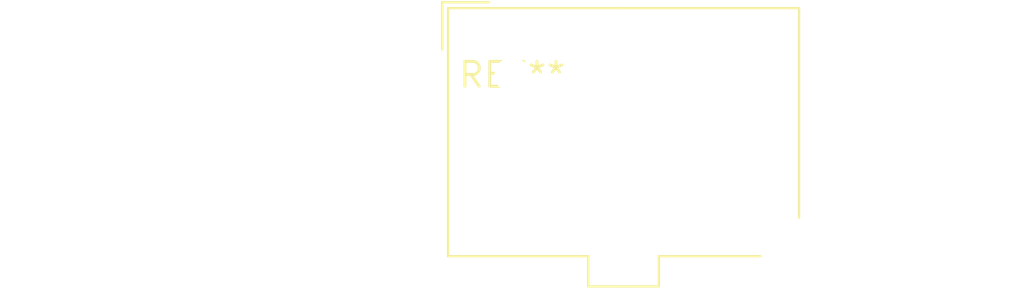
<source format=kicad_pcb>
(kicad_pcb (version 20240108) (generator pcbnew)
  (layers (0 "F.Cu" signal) (31 "B.Cu" signal) (34 "B.Paste" user) (35 "F.Paste" user) (36 "B.SilkS" user "B.Silkscreen") (37 "F.SilkS" user "F.Silkscreen") (38 "B.Mask" user) (39 "F.Mask" user) (44 "Edge.Cuts" user))
  (net 0 "")
  (footprint "Molex_Mega-Fit_76829-0106_2x03_P5.70mm_Vertical" (layer "F.Cu") (at 0 0)
    (property "Reference" "REF**")
    (property "Value" "Molex_Mega-Fit_76829-0106_2x03_P5.70mm_Vertical")
    (fp_line (start -3.585 -3.72) (end -1.175 -3.72) (layer "F.SilkS") (stroke (width 0.12)))
    (fp_line (start -3.585 -1.31) (end -3.585 -3.72) (layer "F.SilkS") (stroke (width 0.12)))
    (fp_line (start -3.285 -3.42) (end -3.285 9.28) (layer "F.SilkS") (stroke (width 0.12)))
    (fp_line (start -3.285 9.28) (end 3.89 9.28) (layer "F.SilkS") (stroke (width 0.12)))
    (fp_line (start 3.89 9.28) (end 3.89 10.83) (layer "F.SilkS") (stroke (width 0.12)))
    (fp_line (start 3.89 10.83) (end 5.7 10.83) (layer "F.SilkS") (stroke (width 0.12)))
    (fp_line (start 5.7 -3.42) (end -3.285 -3.42) (layer "F.SilkS") (stroke (width 0.12)))
    (fp_line (start 5.7 -3.42) (end 14.685 -3.42) (layer "F.SilkS") (stroke (width 0.12)))
    (fp_line (start 7.51 9.28) (end 7.51 10.83) (layer "F.SilkS") (stroke (width 0.12)))
    (fp_line (start 7.51 10.83) (end 5.7 10.83) (layer "F.SilkS") (stroke (width 0.12)))
    (fp_line (start 12.72 9.28) (end 7.51 9.28) (layer "F.SilkS") (stroke (width 0.12)))
    (fp_line (start 14.685 -3.42) (end 14.685 7.31) (layer "F.SilkS") (stroke (width 0.12)))
    (pad "" np_thru_hole circle (at 13.88 8.47) (size 1.8 1.8) (drill 1.8) (layers *.Cu *.Mask))
    (pad "1" thru_hole roundrect (at 0 0) (size 3.7 3.7) (drill 1.8) (layers *.Cu *.Mask) (remove_unused_layers) (roundrect_rratio 0.067568))
    (pad "2" thru_hole circle (at 5.7 0) (size 3.7 3.7) (drill 1.8) (layers *.Cu *.Mask) (remove_unused_layers))
    (pad "3" thru_hole circle (at 11.4 0) (size 3.7 3.7) (drill 1.8) (layers *.Cu *.Mask) (remove_unused_layers))
    (pad "4" thru_hole circle (at 0 5.7) (size 3.7 3.7) (drill 1.8) (layers *.Cu *.Mask) (remove_unused_layers))
    (pad "5" thru_hole circle (at 5.7 5.7) (size 3.7 3.7) (drill 1.8) (layers *.Cu *.Mask) (remove_unused_layers))
    (pad "6" thru_hole circle (at 11.4 5.7) (size 3.7 3.7) (drill 1.8) (layers *.Cu *.Mask) (remove_unused_layers))
  )
)
</source>
